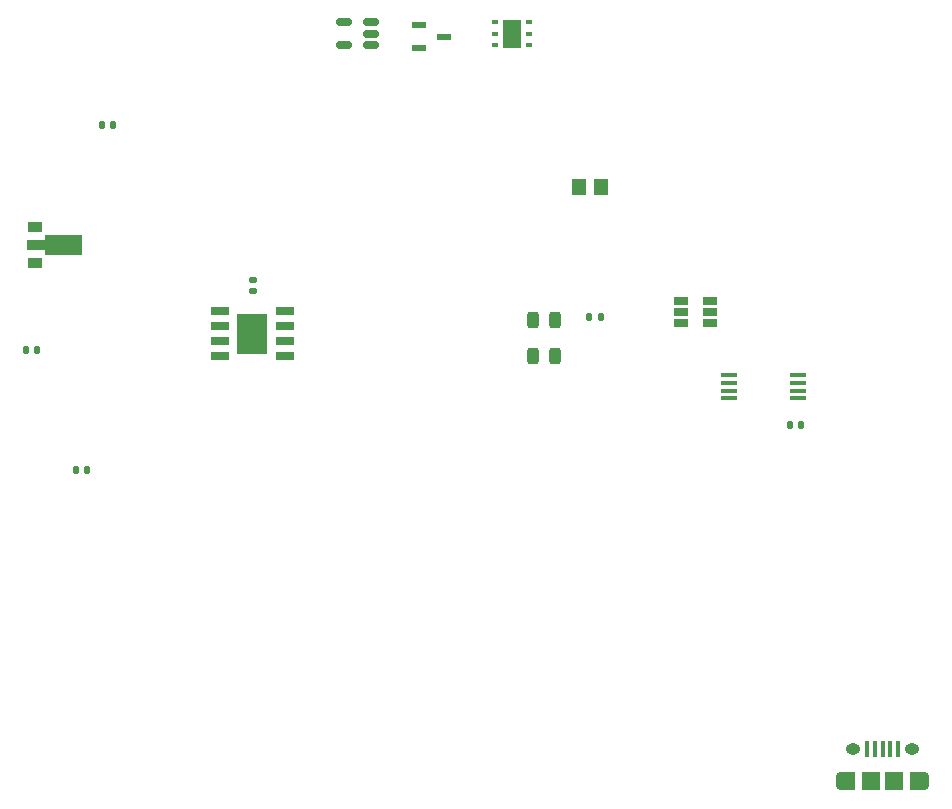
<source format=gbr>
%TF.GenerationSoftware,KiCad,Pcbnew,(7.0.0)*%
%TF.CreationDate,2023-04-04T11:39:15+02:00*%
%TF.ProjectId,overall scematic,6f766572-616c-46c2-9073-63656d617469,rev?*%
%TF.SameCoordinates,Original*%
%TF.FileFunction,Paste,Top*%
%TF.FilePolarity,Positive*%
%FSLAX46Y46*%
G04 Gerber Fmt 4.6, Leading zero omitted, Abs format (unit mm)*
G04 Created by KiCad (PCBNEW (7.0.0)) date 2023-04-04 11:39:15*
%MOMM*%
%LPD*%
G01*
G04 APERTURE LIST*
G04 Aperture macros list*
%AMRoundRect*
0 Rectangle with rounded corners*
0 $1 Rounding radius*
0 $2 $3 $4 $5 $6 $7 $8 $9 X,Y pos of 4 corners*
0 Add a 4 corners polygon primitive as box body*
4,1,4,$2,$3,$4,$5,$6,$7,$8,$9,$2,$3,0*
0 Add four circle primitives for the rounded corners*
1,1,$1+$1,$2,$3*
1,1,$1+$1,$4,$5*
1,1,$1+$1,$6,$7*
1,1,$1+$1,$8,$9*
0 Add four rect primitives between the rounded corners*
20,1,$1+$1,$2,$3,$4,$5,0*
20,1,$1+$1,$4,$5,$6,$7,0*
20,1,$1+$1,$6,$7,$8,$9,0*
20,1,$1+$1,$8,$9,$2,$3,0*%
%AMFreePoly0*
4,1,9,3.862500,-0.866500,0.737500,-0.866500,0.737500,-0.450000,-0.737500,-0.450000,-0.737500,0.450000,0.737500,0.450000,0.737500,0.866500,3.862500,0.866500,3.862500,-0.866500,3.862500,-0.866500,$1*%
G04 Aperture macros list end*
%ADD10R,1.475000X0.450000*%
%ADD11R,1.525000X0.700000*%
%ADD12R,2.513000X3.402000*%
%ADD13R,1.200000X0.650000*%
%ADD14R,1.300000X0.600000*%
%ADD15RoundRect,0.150000X0.512500X0.150000X-0.512500X0.150000X-0.512500X-0.150000X0.512500X-0.150000X0*%
%ADD16R,1.300000X0.900000*%
%ADD17FreePoly0,0.000000*%
%ADD18R,1.500000X2.400000*%
%ADD19R,0.600000X0.400000*%
%ADD20RoundRect,0.135000X-0.135000X-0.185000X0.135000X-0.185000X0.135000X0.185000X-0.135000X0.185000X0*%
%ADD21R,1.500000X1.550000*%
%ADD22R,1.200000X1.550000*%
%ADD23R,0.400000X1.350000*%
%ADD24O,1.250000X0.950000*%
%ADD25O,0.890000X1.550000*%
%ADD26RoundRect,0.243750X-0.243750X-0.456250X0.243750X-0.456250X0.243750X0.456250X-0.243750X0.456250X0*%
%ADD27RoundRect,0.140000X-0.140000X-0.170000X0.140000X-0.170000X0.140000X0.170000X-0.140000X0.170000X0*%
%ADD28R,1.150000X1.450000*%
%ADD29RoundRect,0.140000X0.170000X-0.140000X0.170000X0.140000X-0.170000X0.140000X-0.170000X-0.140000X0*%
G04 APERTURE END LIST*
D10*
%TO.C,Q1*%
X119726999Y-99029999D03*
X119726999Y-99679999D03*
X119726999Y-100329999D03*
X119726999Y-100979999D03*
X125602999Y-100979999D03*
X125602999Y-100329999D03*
X125602999Y-99679999D03*
X125602999Y-99029999D03*
%TD*%
D11*
%TO.C,J3*%
X76662999Y-93598999D03*
X76662999Y-94868999D03*
X76662999Y-96138999D03*
X76662999Y-97408999D03*
X82086999Y-97408999D03*
X82086999Y-96138999D03*
X82086999Y-94868999D03*
X82086999Y-93598999D03*
D12*
X79374999Y-95503999D03*
%TD*%
D13*
%TO.C,IC1*%
X115626999Y-92726999D03*
X115626999Y-93676999D03*
X115626999Y-94626999D03*
X118126999Y-94626999D03*
X118126999Y-93676999D03*
X118126999Y-92726999D03*
%TD*%
D14*
%TO.C,U5*%
X93466499Y-69412999D03*
X93466499Y-71312999D03*
X95566499Y-70362999D03*
%TD*%
D15*
%TO.C,U4*%
X89402500Y-71054000D03*
X89402500Y-70104000D03*
X89402500Y-69154000D03*
X87127500Y-69154000D03*
X87127500Y-71054000D03*
%TD*%
D16*
%TO.C,U2*%
X60960999Y-86510999D03*
D17*
X61048500Y-88011000D03*
D16*
X60960999Y-89510999D03*
%TD*%
D18*
%TO.C,U1*%
X101345999Y-70103999D03*
D19*
X102745999Y-69153999D03*
X102745999Y-70103999D03*
X102745999Y-71053999D03*
X99945999Y-71053999D03*
X99945999Y-70103999D03*
X99945999Y-69153999D03*
%TD*%
D20*
%TO.C,R2*%
X107898000Y-94126000D03*
X108918000Y-94126000D03*
%TD*%
D21*
%TO.C,J1*%
X131730999Y-133349999D03*
D22*
X135630999Y-133349999D03*
D21*
X133730999Y-133349999D03*
D22*
X129830999Y-133349999D03*
D23*
X134030999Y-130649999D03*
X133380999Y-130649999D03*
X132730999Y-130649999D03*
X132080999Y-130649999D03*
X131430999Y-130649999D03*
D24*
X130230999Y-130649999D03*
X135230999Y-130649999D03*
D25*
X136230999Y-133349999D03*
X129230999Y-133349999D03*
%TD*%
D26*
%TO.C,D2*%
X104979000Y-97420000D03*
X103104000Y-97420000D03*
%TD*%
%TO.C,D1*%
X104979000Y-94380000D03*
X103104000Y-94380000D03*
%TD*%
D27*
%TO.C,C6*%
X124869000Y-103251000D03*
X125829000Y-103251000D03*
%TD*%
D28*
%TO.C,C5*%
X107049999Y-83057999D03*
X108849999Y-83057999D03*
%TD*%
D27*
%TO.C,C4*%
X64417000Y-107061000D03*
X65377000Y-107061000D03*
%TD*%
%TO.C,C3*%
X67564000Y-77851000D03*
X66604000Y-77851000D03*
%TD*%
%TO.C,C2*%
X60198000Y-96901000D03*
X61158000Y-96901000D03*
%TD*%
D29*
%TO.C,C1*%
X79420000Y-91920000D03*
X79420000Y-90960000D03*
%TD*%
M02*

</source>
